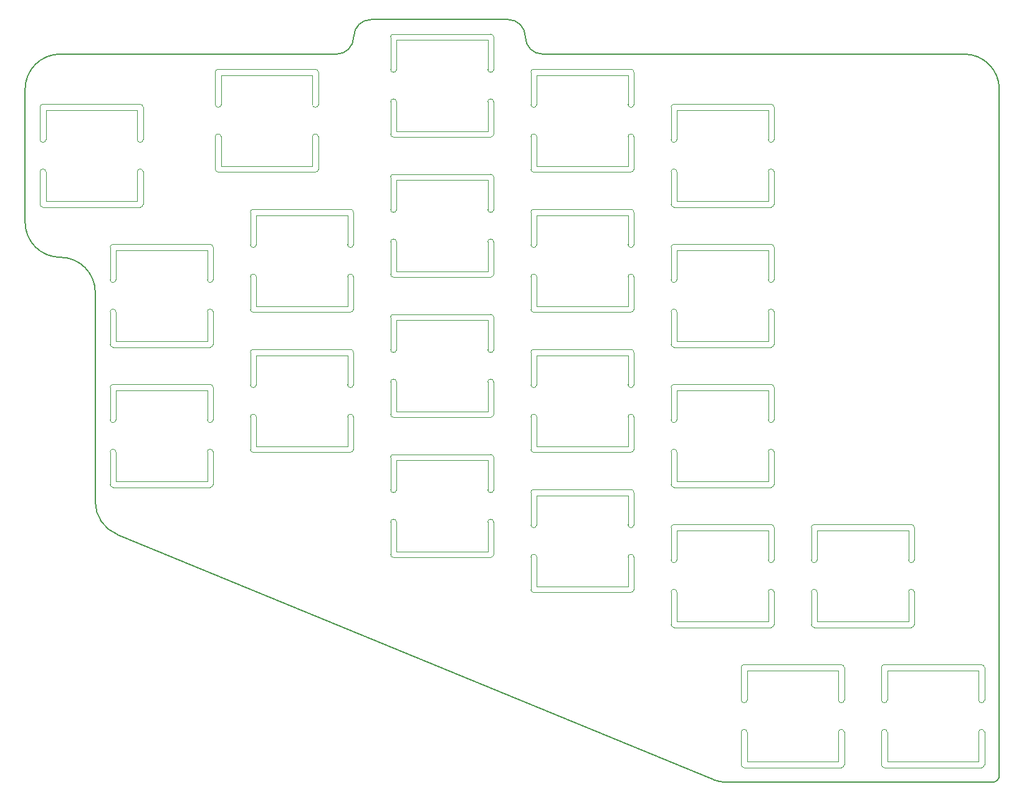
<source format=gm1>
G04 #@! TF.GenerationSoftware,KiCad,Pcbnew,(5.0.0-rc2-dev-301-g33f795be4)*
G04 #@! TF.CreationDate,2018-04-08T21:26:01+02:00*
G04 #@! TF.ProjectId,kissboard,6B697373626F6172642E6B696361645F,rev?*
G04 #@! TF.SameCoordinates,Original*
G04 #@! TF.FileFunction,Profile,NP*
%FSLAX46Y46*%
G04 Gerber Fmt 4.6, Leading zero omitted, Abs format (unit mm)*
G04 Created by KiCad (PCBNEW (5.0.0-rc2-dev-301-g33f795be4)) date 04/08/18 21:26:01*
%MOMM*%
%LPD*%
G01*
G04 APERTURE LIST*
%ADD10C,0.200000*%
%ADD11C,0.100000*%
G04 APERTURE END LIST*
D10*
X161416577Y-26669577D02*
G75*
G02X166179500Y-31432500I0J-4762923D01*
G01*
X161417035Y-26670000D02*
X104140000Y-26670000D01*
X99448259Y-21970440D02*
G75*
G02X101797759Y-24319940I0J-2349500D01*
G01*
X104147259Y-26669440D02*
G75*
G02X101797759Y-24319940I0J2349500D01*
G01*
X78486000Y-24320500D02*
G75*
G02X76136500Y-26670000I-2349500J0D01*
G01*
X78486000Y-24320500D02*
G75*
G02X80835500Y-21971000I2349500J0D01*
G01*
X80835500Y-21971000D02*
X99441000Y-21971000D01*
X127381458Y-125347815D02*
G75*
G03X129095500Y-125666923I1714042J4443815D01*
G01*
X46453591Y-92011514D02*
G75*
G02X43370500Y-87566500I1679832J4456876D01*
G01*
X46453596Y-92011500D02*
X127381000Y-125349000D01*
X38608000Y-26670000D02*
X76136553Y-26670000D01*
X33845500Y-31432500D02*
G75*
G02X38608423Y-26669577I4762923J0D01*
G01*
X38607577Y-54292500D02*
G75*
G02X43370500Y-59055423I0J-4762923D01*
G01*
X38608423Y-54292923D02*
G75*
G02X33845500Y-49530000I0J4762923D01*
G01*
X33845500Y-49530000D02*
X33845500Y-31432500D01*
X166179500Y-124777500D02*
G75*
G02X165290500Y-125666500I-889000J0D01*
G01*
X166179500Y-124777500D02*
X166179500Y-31432479D01*
X129095500Y-125666500D02*
X165290500Y-125666500D01*
X43370500Y-59055000D02*
X43370500Y-87566500D01*
D11*
X150566120Y-109681010D02*
X163774120Y-109681010D01*
X163362640Y-110483630D02*
X163362640Y-114514630D01*
X163766500Y-109680807D02*
G75*
G02X164162740Y-110064550I0J-396443D01*
G01*
X164165280Y-110074710D02*
X164165280Y-114519710D01*
X150962360Y-114507038D02*
X150962360Y-110481110D01*
X150964899Y-110481110D02*
X163355020Y-110481110D01*
X164160232Y-114484150D02*
G75*
G02X163362640Y-114489230I-398812J0D01*
G01*
X150162260Y-114527330D02*
X150162260Y-110082330D01*
X150555960Y-109681011D02*
G75*
G03X150163343Y-110056938I-1457J-391465D01*
G01*
X150962392Y-114481610D02*
G75*
G02X150164800Y-114486690I-398812J0D01*
G01*
X163362608Y-118880890D02*
G75*
G02X164160200Y-118875810I398812J0D01*
G01*
X150164768Y-118878350D02*
G75*
G02X150962360Y-118873270I398812J0D01*
G01*
X150558500Y-123681693D02*
G75*
G02X150162260Y-123297950I0J396443D01*
G01*
X163362640Y-118855462D02*
X163362640Y-122881390D01*
X163769040Y-123681489D02*
G75*
G03X164161657Y-123305562I1457J391465D01*
G01*
X163360101Y-122881390D02*
X150969980Y-122881390D01*
X150962360Y-122878870D02*
X150962360Y-118847870D01*
X150159720Y-123287790D02*
X150159720Y-118842790D01*
X164162740Y-118835170D02*
X164162740Y-123280170D01*
X163758880Y-123681490D02*
X150550880Y-123681490D01*
X45791120Y-71581010D02*
X58999120Y-71581010D01*
X58587640Y-72383630D02*
X58587640Y-76414630D01*
X58991500Y-71580807D02*
G75*
G02X59387740Y-71964550I0J-396443D01*
G01*
X59390280Y-71974710D02*
X59390280Y-76419710D01*
X46187360Y-76407038D02*
X46187360Y-72381110D01*
X46189899Y-72381110D02*
X58580020Y-72381110D01*
X59385232Y-76384150D02*
G75*
G02X58587640Y-76389230I-398812J0D01*
G01*
X45387260Y-76427330D02*
X45387260Y-71982330D01*
X45780960Y-71581011D02*
G75*
G03X45388343Y-71956938I-1457J-391465D01*
G01*
X46187392Y-76381610D02*
G75*
G02X45389800Y-76386690I-398812J0D01*
G01*
X58587608Y-80780890D02*
G75*
G02X59385200Y-80775810I398812J0D01*
G01*
X45389768Y-80778350D02*
G75*
G02X46187360Y-80773270I398812J0D01*
G01*
X45783500Y-85581693D02*
G75*
G02X45387260Y-85197950I0J396443D01*
G01*
X58587640Y-80755462D02*
X58587640Y-84781390D01*
X58994040Y-85581489D02*
G75*
G03X59386657Y-85205562I1457J391465D01*
G01*
X58585101Y-84781390D02*
X46194980Y-84781390D01*
X46187360Y-84778870D02*
X46187360Y-80747870D01*
X45384720Y-85187790D02*
X45384720Y-80742790D01*
X59387740Y-80735170D02*
X59387740Y-85180170D01*
X58983880Y-85581490D02*
X45775880Y-85581490D01*
X73271380Y-42718990D02*
X60063380Y-42718990D01*
X73675240Y-37872670D02*
X73675240Y-42317670D01*
X59672220Y-42325290D02*
X59672220Y-37880290D01*
X60474860Y-41916370D02*
X60474860Y-37885370D01*
X72872601Y-41918890D02*
X60482480Y-41918890D01*
X73281540Y-42718989D02*
G75*
G03X73674157Y-42343062I1457J391465D01*
G01*
X72875140Y-37892962D02*
X72875140Y-41918890D01*
X60071000Y-42719193D02*
G75*
G02X59674760Y-42335450I0J396443D01*
G01*
X59677268Y-37915850D02*
G75*
G02X60474860Y-37910770I398812J0D01*
G01*
X72875108Y-37918390D02*
G75*
G02X73672700Y-37913310I398812J0D01*
G01*
X60474892Y-33519110D02*
G75*
G02X59677300Y-33524190I-398812J0D01*
G01*
X60068460Y-28718511D02*
G75*
G03X59675843Y-29094438I-1457J-391465D01*
G01*
X59674760Y-33564830D02*
X59674760Y-29119830D01*
X73672732Y-33521650D02*
G75*
G02X72875140Y-33526730I-398812J0D01*
G01*
X60477399Y-29518610D02*
X72867520Y-29518610D01*
X60474860Y-33544538D02*
X60474860Y-29518610D01*
X73677780Y-29112210D02*
X73677780Y-33557210D01*
X73279000Y-28718307D02*
G75*
G02X73675240Y-29102050I0J-396443D01*
G01*
X72875140Y-29521130D02*
X72875140Y-33552130D01*
X60078620Y-28718510D02*
X73286620Y-28718510D01*
X83891120Y-23956010D02*
X97099120Y-23956010D01*
X96687640Y-24758630D02*
X96687640Y-28789630D01*
X97091500Y-23955807D02*
G75*
G02X97487740Y-24339550I0J-396443D01*
G01*
X97490280Y-24349710D02*
X97490280Y-28794710D01*
X84287360Y-28782038D02*
X84287360Y-24756110D01*
X84289899Y-24756110D02*
X96680020Y-24756110D01*
X97485232Y-28759150D02*
G75*
G02X96687640Y-28764230I-398812J0D01*
G01*
X83487260Y-28802330D02*
X83487260Y-24357330D01*
X83880960Y-23956011D02*
G75*
G03X83488343Y-24331938I-1457J-391465D01*
G01*
X84287392Y-28756610D02*
G75*
G02X83489800Y-28761690I-398812J0D01*
G01*
X96687608Y-33155890D02*
G75*
G02X97485200Y-33150810I398812J0D01*
G01*
X83489768Y-33153350D02*
G75*
G02X84287360Y-33148270I398812J0D01*
G01*
X83883500Y-37956693D02*
G75*
G02X83487260Y-37572950I0J396443D01*
G01*
X96687640Y-33130462D02*
X96687640Y-37156390D01*
X97094040Y-37956489D02*
G75*
G03X97486657Y-37580562I1457J391465D01*
G01*
X96685101Y-37156390D02*
X84294980Y-37156390D01*
X84287360Y-37153870D02*
X84287360Y-33122870D01*
X83484720Y-37562790D02*
X83484720Y-33117790D01*
X97487740Y-33110170D02*
X97487740Y-37555170D01*
X97083880Y-37956490D02*
X83875880Y-37956490D01*
X116133880Y-42718990D02*
X102925880Y-42718990D01*
X116537740Y-37872670D02*
X116537740Y-42317670D01*
X102534720Y-42325290D02*
X102534720Y-37880290D01*
X103337360Y-41916370D02*
X103337360Y-37885370D01*
X115735101Y-41918890D02*
X103344980Y-41918890D01*
X116144040Y-42718989D02*
G75*
G03X116536657Y-42343062I1457J391465D01*
G01*
X115737640Y-37892962D02*
X115737640Y-41918890D01*
X102933500Y-42719193D02*
G75*
G02X102537260Y-42335450I0J396443D01*
G01*
X102539768Y-37915850D02*
G75*
G02X103337360Y-37910770I398812J0D01*
G01*
X115737608Y-37918390D02*
G75*
G02X116535200Y-37913310I398812J0D01*
G01*
X103337392Y-33519110D02*
G75*
G02X102539800Y-33524190I-398812J0D01*
G01*
X102930960Y-28718511D02*
G75*
G03X102538343Y-29094438I-1457J-391465D01*
G01*
X102537260Y-33564830D02*
X102537260Y-29119830D01*
X116535232Y-33521650D02*
G75*
G02X115737640Y-33526730I-398812J0D01*
G01*
X103339899Y-29518610D02*
X115730020Y-29518610D01*
X103337360Y-33544538D02*
X103337360Y-29518610D01*
X116540280Y-29112210D02*
X116540280Y-33557210D01*
X116141500Y-28718307D02*
G75*
G02X116537740Y-29102050I0J-396443D01*
G01*
X115737640Y-29521130D02*
X115737640Y-33552130D01*
X102941120Y-28718510D02*
X116149120Y-28718510D01*
X121991120Y-33481010D02*
X135199120Y-33481010D01*
X134787640Y-34283630D02*
X134787640Y-38314630D01*
X135191500Y-33480807D02*
G75*
G02X135587740Y-33864550I0J-396443D01*
G01*
X135590280Y-33874710D02*
X135590280Y-38319710D01*
X122387360Y-38307038D02*
X122387360Y-34281110D01*
X122389899Y-34281110D02*
X134780020Y-34281110D01*
X135585232Y-38284150D02*
G75*
G02X134787640Y-38289230I-398812J0D01*
G01*
X121587260Y-38327330D02*
X121587260Y-33882330D01*
X121980960Y-33481011D02*
G75*
G03X121588343Y-33856938I-1457J-391465D01*
G01*
X122387392Y-38281610D02*
G75*
G02X121589800Y-38286690I-398812J0D01*
G01*
X134787608Y-42680890D02*
G75*
G02X135585200Y-42675810I398812J0D01*
G01*
X121589768Y-42678350D02*
G75*
G02X122387360Y-42673270I398812J0D01*
G01*
X121983500Y-47481693D02*
G75*
G02X121587260Y-47097950I0J396443D01*
G01*
X134787640Y-42655462D02*
X134787640Y-46681390D01*
X135194040Y-47481489D02*
G75*
G03X135586657Y-47105562I1457J391465D01*
G01*
X134785101Y-46681390D02*
X122394980Y-46681390D01*
X122387360Y-46678870D02*
X122387360Y-42647870D01*
X121584720Y-47087790D02*
X121584720Y-42642790D01*
X135587740Y-42635170D02*
X135587740Y-47080170D01*
X135183880Y-47481490D02*
X121975880Y-47481490D01*
X58983880Y-66531490D02*
X45775880Y-66531490D01*
X59387740Y-61685170D02*
X59387740Y-66130170D01*
X45384720Y-66137790D02*
X45384720Y-61692790D01*
X46187360Y-65728870D02*
X46187360Y-61697870D01*
X58585101Y-65731390D02*
X46194980Y-65731390D01*
X58994040Y-66531489D02*
G75*
G03X59386657Y-66155562I1457J391465D01*
G01*
X58587640Y-61705462D02*
X58587640Y-65731390D01*
X45783500Y-66531693D02*
G75*
G02X45387260Y-66147950I0J396443D01*
G01*
X45389768Y-61728350D02*
G75*
G02X46187360Y-61723270I398812J0D01*
G01*
X58587608Y-61730890D02*
G75*
G02X59385200Y-61725810I398812J0D01*
G01*
X46187392Y-57331610D02*
G75*
G02X45389800Y-57336690I-398812J0D01*
G01*
X45780960Y-52531011D02*
G75*
G03X45388343Y-52906938I-1457J-391465D01*
G01*
X45387260Y-57377330D02*
X45387260Y-52932330D01*
X59385232Y-57334150D02*
G75*
G02X58587640Y-57339230I-398812J0D01*
G01*
X46189899Y-53331110D02*
X58580020Y-53331110D01*
X46187360Y-57357038D02*
X46187360Y-53331110D01*
X59390280Y-52924710D02*
X59390280Y-57369710D01*
X58991500Y-52530807D02*
G75*
G02X59387740Y-52914550I0J-396443D01*
G01*
X58587640Y-53333630D02*
X58587640Y-57364630D01*
X45791120Y-52531010D02*
X58999120Y-52531010D01*
X64841120Y-47768510D02*
X78049120Y-47768510D01*
X77637640Y-48571130D02*
X77637640Y-52602130D01*
X78041500Y-47768307D02*
G75*
G02X78437740Y-48152050I0J-396443D01*
G01*
X78440280Y-48162210D02*
X78440280Y-52607210D01*
X65237360Y-52594538D02*
X65237360Y-48568610D01*
X65239899Y-48568610D02*
X77630020Y-48568610D01*
X78435232Y-52571650D02*
G75*
G02X77637640Y-52576730I-398812J0D01*
G01*
X64437260Y-52614830D02*
X64437260Y-48169830D01*
X64830960Y-47768511D02*
G75*
G03X64438343Y-48144438I-1457J-391465D01*
G01*
X65237392Y-52569110D02*
G75*
G02X64439800Y-52574190I-398812J0D01*
G01*
X77637608Y-56968390D02*
G75*
G02X78435200Y-56963310I398812J0D01*
G01*
X64439768Y-56965850D02*
G75*
G02X65237360Y-56960770I398812J0D01*
G01*
X64833500Y-61769193D02*
G75*
G02X64437260Y-61385450I0J396443D01*
G01*
X77637640Y-56942962D02*
X77637640Y-60968890D01*
X78044040Y-61768989D02*
G75*
G03X78436657Y-61393062I1457J391465D01*
G01*
X77635101Y-60968890D02*
X65244980Y-60968890D01*
X65237360Y-60966370D02*
X65237360Y-56935370D01*
X64434720Y-61375290D02*
X64434720Y-56930290D01*
X78437740Y-56922670D02*
X78437740Y-61367670D01*
X78033880Y-61768990D02*
X64825880Y-61768990D01*
X97083880Y-57006490D02*
X83875880Y-57006490D01*
X97487740Y-52160170D02*
X97487740Y-56605170D01*
X83484720Y-56612790D02*
X83484720Y-52167790D01*
X84287360Y-56203870D02*
X84287360Y-52172870D01*
X96685101Y-56206390D02*
X84294980Y-56206390D01*
X97094040Y-57006489D02*
G75*
G03X97486657Y-56630562I1457J391465D01*
G01*
X96687640Y-52180462D02*
X96687640Y-56206390D01*
X83883500Y-57006693D02*
G75*
G02X83487260Y-56622950I0J396443D01*
G01*
X83489768Y-52203350D02*
G75*
G02X84287360Y-52198270I398812J0D01*
G01*
X96687608Y-52205890D02*
G75*
G02X97485200Y-52200810I398812J0D01*
G01*
X84287392Y-47806610D02*
G75*
G02X83489800Y-47811690I-398812J0D01*
G01*
X83880960Y-43006011D02*
G75*
G03X83488343Y-43381938I-1457J-391465D01*
G01*
X83487260Y-47852330D02*
X83487260Y-43407330D01*
X97485232Y-47809150D02*
G75*
G02X96687640Y-47814230I-398812J0D01*
G01*
X84289899Y-43806110D02*
X96680020Y-43806110D01*
X84287360Y-47832038D02*
X84287360Y-43806110D01*
X97490280Y-43399710D02*
X97490280Y-47844710D01*
X97091500Y-43005807D02*
G75*
G02X97487740Y-43389550I0J-396443D01*
G01*
X96687640Y-43808630D02*
X96687640Y-47839630D01*
X83891120Y-43006010D02*
X97099120Y-43006010D01*
X102941120Y-47768510D02*
X116149120Y-47768510D01*
X115737640Y-48571130D02*
X115737640Y-52602130D01*
X116141500Y-47768307D02*
G75*
G02X116537740Y-48152050I0J-396443D01*
G01*
X116540280Y-48162210D02*
X116540280Y-52607210D01*
X103337360Y-52594538D02*
X103337360Y-48568610D01*
X103339899Y-48568610D02*
X115730020Y-48568610D01*
X116535232Y-52571650D02*
G75*
G02X115737640Y-52576730I-398812J0D01*
G01*
X102537260Y-52614830D02*
X102537260Y-48169830D01*
X102930960Y-47768511D02*
G75*
G03X102538343Y-48144438I-1457J-391465D01*
G01*
X103337392Y-52569110D02*
G75*
G02X102539800Y-52574190I-398812J0D01*
G01*
X115737608Y-56968390D02*
G75*
G02X116535200Y-56963310I398812J0D01*
G01*
X102539768Y-56965850D02*
G75*
G02X103337360Y-56960770I398812J0D01*
G01*
X102933500Y-61769193D02*
G75*
G02X102537260Y-61385450I0J396443D01*
G01*
X115737640Y-56942962D02*
X115737640Y-60968890D01*
X116144040Y-61768989D02*
G75*
G03X116536657Y-61393062I1457J391465D01*
G01*
X115735101Y-60968890D02*
X103344980Y-60968890D01*
X103337360Y-60966370D02*
X103337360Y-56935370D01*
X102534720Y-61375290D02*
X102534720Y-56930290D01*
X116537740Y-56922670D02*
X116537740Y-61367670D01*
X116133880Y-61768990D02*
X102925880Y-61768990D01*
X135183880Y-66531490D02*
X121975880Y-66531490D01*
X135587740Y-61685170D02*
X135587740Y-66130170D01*
X121584720Y-66137790D02*
X121584720Y-61692790D01*
X122387360Y-65728870D02*
X122387360Y-61697870D01*
X134785101Y-65731390D02*
X122394980Y-65731390D01*
X135194040Y-66531489D02*
G75*
G03X135586657Y-66155562I1457J391465D01*
G01*
X134787640Y-61705462D02*
X134787640Y-65731390D01*
X121983500Y-66531693D02*
G75*
G02X121587260Y-66147950I0J396443D01*
G01*
X121589768Y-61728350D02*
G75*
G02X122387360Y-61723270I398812J0D01*
G01*
X134787608Y-61730890D02*
G75*
G02X135585200Y-61725810I398812J0D01*
G01*
X122387392Y-57331610D02*
G75*
G02X121589800Y-57336690I-398812J0D01*
G01*
X121980960Y-52531011D02*
G75*
G03X121588343Y-52906938I-1457J-391465D01*
G01*
X121587260Y-57377330D02*
X121587260Y-52932330D01*
X135585232Y-57334150D02*
G75*
G02X134787640Y-57339230I-398812J0D01*
G01*
X122389899Y-53331110D02*
X134780020Y-53331110D01*
X122387360Y-57357038D02*
X122387360Y-53331110D01*
X135590280Y-52924710D02*
X135590280Y-57369710D01*
X135191500Y-52530807D02*
G75*
G02X135587740Y-52914550I0J-396443D01*
G01*
X134787640Y-53333630D02*
X134787640Y-57364630D01*
X121991120Y-52531010D02*
X135199120Y-52531010D01*
X102941120Y-66818510D02*
X116149120Y-66818510D01*
X115737640Y-67621130D02*
X115737640Y-71652130D01*
X116141500Y-66818307D02*
G75*
G02X116537740Y-67202050I0J-396443D01*
G01*
X116540280Y-67212210D02*
X116540280Y-71657210D01*
X103337360Y-71644538D02*
X103337360Y-67618610D01*
X103339899Y-67618610D02*
X115730020Y-67618610D01*
X116535232Y-71621650D02*
G75*
G02X115737640Y-71626730I-398812J0D01*
G01*
X102537260Y-71664830D02*
X102537260Y-67219830D01*
X102930960Y-66818511D02*
G75*
G03X102538343Y-67194438I-1457J-391465D01*
G01*
X103337392Y-71619110D02*
G75*
G02X102539800Y-71624190I-398812J0D01*
G01*
X115737608Y-76018390D02*
G75*
G02X116535200Y-76013310I398812J0D01*
G01*
X102539768Y-76015850D02*
G75*
G02X103337360Y-76010770I398812J0D01*
G01*
X102933500Y-80819193D02*
G75*
G02X102537260Y-80435450I0J396443D01*
G01*
X115737640Y-75992962D02*
X115737640Y-80018890D01*
X116144040Y-80818989D02*
G75*
G03X116536657Y-80443062I1457J391465D01*
G01*
X115735101Y-80018890D02*
X103344980Y-80018890D01*
X103337360Y-80016370D02*
X103337360Y-75985370D01*
X102534720Y-80425290D02*
X102534720Y-75980290D01*
X116537740Y-75972670D02*
X116537740Y-80417670D01*
X116133880Y-80818990D02*
X102925880Y-80818990D01*
X135183880Y-85581490D02*
X121975880Y-85581490D01*
X135587740Y-80735170D02*
X135587740Y-85180170D01*
X121584720Y-85187790D02*
X121584720Y-80742790D01*
X122387360Y-84778870D02*
X122387360Y-80747870D01*
X134785101Y-84781390D02*
X122394980Y-84781390D01*
X135194040Y-85581489D02*
G75*
G03X135586657Y-85205562I1457J391465D01*
G01*
X134787640Y-80755462D02*
X134787640Y-84781390D01*
X121983500Y-85581693D02*
G75*
G02X121587260Y-85197950I0J396443D01*
G01*
X121589768Y-80778350D02*
G75*
G02X122387360Y-80773270I398812J0D01*
G01*
X134787608Y-80780890D02*
G75*
G02X135585200Y-80775810I398812J0D01*
G01*
X122387392Y-76381610D02*
G75*
G02X121589800Y-76386690I-398812J0D01*
G01*
X121980960Y-71581011D02*
G75*
G03X121588343Y-71956938I-1457J-391465D01*
G01*
X121587260Y-76427330D02*
X121587260Y-71982330D01*
X135585232Y-76384150D02*
G75*
G02X134787640Y-76389230I-398812J0D01*
G01*
X122389899Y-72381110D02*
X134780020Y-72381110D01*
X122387360Y-76407038D02*
X122387360Y-72381110D01*
X135590280Y-71974710D02*
X135590280Y-76419710D01*
X135191500Y-71580807D02*
G75*
G02X135587740Y-71964550I0J-396443D01*
G01*
X134787640Y-72383630D02*
X134787640Y-76414630D01*
X121991120Y-71581010D02*
X135199120Y-71581010D01*
X83891120Y-81106010D02*
X97099120Y-81106010D01*
X96687640Y-81908630D02*
X96687640Y-85939630D01*
X97091500Y-81105807D02*
G75*
G02X97487740Y-81489550I0J-396443D01*
G01*
X97490280Y-81499710D02*
X97490280Y-85944710D01*
X84287360Y-85932038D02*
X84287360Y-81906110D01*
X84289899Y-81906110D02*
X96680020Y-81906110D01*
X97485232Y-85909150D02*
G75*
G02X96687640Y-85914230I-398812J0D01*
G01*
X83487260Y-85952330D02*
X83487260Y-81507330D01*
X83880960Y-81106011D02*
G75*
G03X83488343Y-81481938I-1457J-391465D01*
G01*
X84287392Y-85906610D02*
G75*
G02X83489800Y-85911690I-398812J0D01*
G01*
X96687608Y-90305890D02*
G75*
G02X97485200Y-90300810I398812J0D01*
G01*
X83489768Y-90303350D02*
G75*
G02X84287360Y-90298270I398812J0D01*
G01*
X83883500Y-95106693D02*
G75*
G02X83487260Y-94722950I0J396443D01*
G01*
X96687640Y-90280462D02*
X96687640Y-94306390D01*
X97094040Y-95106489D02*
G75*
G03X97486657Y-94730562I1457J391465D01*
G01*
X96685101Y-94306390D02*
X84294980Y-94306390D01*
X84287360Y-94303870D02*
X84287360Y-90272870D01*
X83484720Y-94712790D02*
X83484720Y-90267790D01*
X97487740Y-90260170D02*
X97487740Y-94705170D01*
X97083880Y-95106490D02*
X83875880Y-95106490D01*
X116133880Y-99868990D02*
X102925880Y-99868990D01*
X116537740Y-95022670D02*
X116537740Y-99467670D01*
X102534720Y-99475290D02*
X102534720Y-95030290D01*
X103337360Y-99066370D02*
X103337360Y-95035370D01*
X115735101Y-99068890D02*
X103344980Y-99068890D01*
X116144040Y-99868989D02*
G75*
G03X116536657Y-99493062I1457J391465D01*
G01*
X115737640Y-95042962D02*
X115737640Y-99068890D01*
X102933500Y-99869193D02*
G75*
G02X102537260Y-99485450I0J396443D01*
G01*
X102539768Y-95065850D02*
G75*
G02X103337360Y-95060770I398812J0D01*
G01*
X115737608Y-95068390D02*
G75*
G02X116535200Y-95063310I398812J0D01*
G01*
X103337392Y-90669110D02*
G75*
G02X102539800Y-90674190I-398812J0D01*
G01*
X102930960Y-85868511D02*
G75*
G03X102538343Y-86244438I-1457J-391465D01*
G01*
X102537260Y-90714830D02*
X102537260Y-86269830D01*
X116535232Y-90671650D02*
G75*
G02X115737640Y-90676730I-398812J0D01*
G01*
X103339899Y-86668610D02*
X115730020Y-86668610D01*
X103337360Y-90694538D02*
X103337360Y-86668610D01*
X116540280Y-86262210D02*
X116540280Y-90707210D01*
X116141500Y-85868307D02*
G75*
G02X116537740Y-86252050I0J-396443D01*
G01*
X115737640Y-86671130D02*
X115737640Y-90702130D01*
X102941120Y-85868510D02*
X116149120Y-85868510D01*
X121991120Y-90631010D02*
X135199120Y-90631010D01*
X134787640Y-91433630D02*
X134787640Y-95464630D01*
X135191500Y-90630807D02*
G75*
G02X135587740Y-91014550I0J-396443D01*
G01*
X135590280Y-91024710D02*
X135590280Y-95469710D01*
X122387360Y-95457038D02*
X122387360Y-91431110D01*
X122389899Y-91431110D02*
X134780020Y-91431110D01*
X135585232Y-95434150D02*
G75*
G02X134787640Y-95439230I-398812J0D01*
G01*
X121587260Y-95477330D02*
X121587260Y-91032330D01*
X121980960Y-90631011D02*
G75*
G03X121588343Y-91006938I-1457J-391465D01*
G01*
X122387392Y-95431610D02*
G75*
G02X121589800Y-95436690I-398812J0D01*
G01*
X134787608Y-99830890D02*
G75*
G02X135585200Y-99825810I398812J0D01*
G01*
X121589768Y-99828350D02*
G75*
G02X122387360Y-99823270I398812J0D01*
G01*
X121983500Y-104631693D02*
G75*
G02X121587260Y-104247950I0J396443D01*
G01*
X134787640Y-99805462D02*
X134787640Y-103831390D01*
X135194040Y-104631489D02*
G75*
G03X135586657Y-104255562I1457J391465D01*
G01*
X134785101Y-103831390D02*
X122394980Y-103831390D01*
X122387360Y-103828870D02*
X122387360Y-99797870D01*
X121584720Y-104237790D02*
X121584720Y-99792790D01*
X135587740Y-99785170D02*
X135587740Y-104230170D01*
X135183880Y-104631490D02*
X121975880Y-104631490D01*
X154233880Y-104631490D02*
X141025880Y-104631490D01*
X154637740Y-99785170D02*
X154637740Y-104230170D01*
X140634720Y-104237790D02*
X140634720Y-99792790D01*
X141437360Y-103828870D02*
X141437360Y-99797870D01*
X153835101Y-103831390D02*
X141444980Y-103831390D01*
X154244040Y-104631489D02*
G75*
G03X154636657Y-104255562I1457J391465D01*
G01*
X153837640Y-99805462D02*
X153837640Y-103831390D01*
X141033500Y-104631693D02*
G75*
G02X140637260Y-104247950I0J396443D01*
G01*
X140639768Y-99828350D02*
G75*
G02X141437360Y-99823270I398812J0D01*
G01*
X153837608Y-99830890D02*
G75*
G02X154635200Y-99825810I398812J0D01*
G01*
X141437392Y-95431610D02*
G75*
G02X140639800Y-95436690I-398812J0D01*
G01*
X141030960Y-90631011D02*
G75*
G03X140638343Y-91006938I-1457J-391465D01*
G01*
X140637260Y-95477330D02*
X140637260Y-91032330D01*
X154635232Y-95434150D02*
G75*
G02X153837640Y-95439230I-398812J0D01*
G01*
X141439899Y-91431110D02*
X153830020Y-91431110D01*
X141437360Y-95457038D02*
X141437360Y-91431110D01*
X154640280Y-91024710D02*
X154640280Y-95469710D01*
X154241500Y-90630807D02*
G75*
G02X154637740Y-91014550I0J-396443D01*
G01*
X153837640Y-91433630D02*
X153837640Y-95464630D01*
X141041120Y-90631010D02*
X154249120Y-90631010D01*
X131516120Y-109681010D02*
X144724120Y-109681010D01*
X144312640Y-110483630D02*
X144312640Y-114514630D01*
X144716500Y-109680807D02*
G75*
G02X145112740Y-110064550I0J-396443D01*
G01*
X145115280Y-110074710D02*
X145115280Y-114519710D01*
X131912360Y-114507038D02*
X131912360Y-110481110D01*
X131914899Y-110481110D02*
X144305020Y-110481110D01*
X145110232Y-114484150D02*
G75*
G02X144312640Y-114489230I-398812J0D01*
G01*
X131112260Y-114527330D02*
X131112260Y-110082330D01*
X131505960Y-109681011D02*
G75*
G03X131113343Y-110056938I-1457J-391465D01*
G01*
X131912392Y-114481610D02*
G75*
G02X131114800Y-114486690I-398812J0D01*
G01*
X144312608Y-118880890D02*
G75*
G02X145110200Y-118875810I398812J0D01*
G01*
X131114768Y-118878350D02*
G75*
G02X131912360Y-118873270I398812J0D01*
G01*
X131508500Y-123681693D02*
G75*
G02X131112260Y-123297950I0J396443D01*
G01*
X144312640Y-118855462D02*
X144312640Y-122881390D01*
X144719040Y-123681489D02*
G75*
G03X145111657Y-123305562I1457J391465D01*
G01*
X144310101Y-122881390D02*
X131919980Y-122881390D01*
X131912360Y-122878870D02*
X131912360Y-118847870D01*
X131109720Y-123287790D02*
X131109720Y-118842790D01*
X145112740Y-118835170D02*
X145112740Y-123280170D01*
X144708880Y-123681490D02*
X131500880Y-123681490D01*
X97083880Y-76056490D02*
X83875880Y-76056490D01*
X97487740Y-71210170D02*
X97487740Y-75655170D01*
X83484720Y-75662790D02*
X83484720Y-71217790D01*
X84287360Y-75253870D02*
X84287360Y-71222870D01*
X96685101Y-75256390D02*
X84294980Y-75256390D01*
X97094040Y-76056489D02*
G75*
G03X97486657Y-75680562I1457J391465D01*
G01*
X96687640Y-71230462D02*
X96687640Y-75256390D01*
X83883500Y-76056693D02*
G75*
G02X83487260Y-75672950I0J396443D01*
G01*
X83489768Y-71253350D02*
G75*
G02X84287360Y-71248270I398812J0D01*
G01*
X96687608Y-71255890D02*
G75*
G02X97485200Y-71250810I398812J0D01*
G01*
X84287392Y-66856610D02*
G75*
G02X83489800Y-66861690I-398812J0D01*
G01*
X83880960Y-62056011D02*
G75*
G03X83488343Y-62431938I-1457J-391465D01*
G01*
X83487260Y-66902330D02*
X83487260Y-62457330D01*
X97485232Y-66859150D02*
G75*
G02X96687640Y-66864230I-398812J0D01*
G01*
X84289899Y-62856110D02*
X96680020Y-62856110D01*
X84287360Y-66882038D02*
X84287360Y-62856110D01*
X97490280Y-62449710D02*
X97490280Y-66894710D01*
X97091500Y-62055807D02*
G75*
G02X97487740Y-62439550I0J-396443D01*
G01*
X96687640Y-62858630D02*
X96687640Y-66889630D01*
X83891120Y-62056010D02*
X97099120Y-62056010D01*
X64841120Y-66818510D02*
X78049120Y-66818510D01*
X77637640Y-67621130D02*
X77637640Y-71652130D01*
X78041500Y-66818307D02*
G75*
G02X78437740Y-67202050I0J-396443D01*
G01*
X78440280Y-67212210D02*
X78440280Y-71657210D01*
X65237360Y-71644538D02*
X65237360Y-67618610D01*
X65239899Y-67618610D02*
X77630020Y-67618610D01*
X78435232Y-71621650D02*
G75*
G02X77637640Y-71626730I-398812J0D01*
G01*
X64437260Y-71664830D02*
X64437260Y-67219830D01*
X64830960Y-66818511D02*
G75*
G03X64438343Y-67194438I-1457J-391465D01*
G01*
X65237392Y-71619110D02*
G75*
G02X64439800Y-71624190I-398812J0D01*
G01*
X77637608Y-76018390D02*
G75*
G02X78435200Y-76013310I398812J0D01*
G01*
X64439768Y-76015850D02*
G75*
G02X65237360Y-76010770I398812J0D01*
G01*
X64833500Y-80819193D02*
G75*
G02X64437260Y-80435450I0J396443D01*
G01*
X77637640Y-75992962D02*
X77637640Y-80018890D01*
X78044040Y-80818989D02*
G75*
G03X78436657Y-80443062I1457J391465D01*
G01*
X77635101Y-80018890D02*
X65244980Y-80018890D01*
X65237360Y-80016370D02*
X65237360Y-75985370D01*
X64434720Y-80425290D02*
X64434720Y-75980290D01*
X78437740Y-75972670D02*
X78437740Y-80417670D01*
X78033880Y-80818990D02*
X64825880Y-80818990D01*
X49458880Y-47481490D02*
X36250880Y-47481490D01*
X49862740Y-42635170D02*
X49862740Y-47080170D01*
X35859720Y-47087790D02*
X35859720Y-42642790D01*
X36662360Y-46678870D02*
X36662360Y-42647870D01*
X49060101Y-46681390D02*
X36669980Y-46681390D01*
X49469040Y-47481489D02*
G75*
G03X49861657Y-47105562I1457J391465D01*
G01*
X49062640Y-42655462D02*
X49062640Y-46681390D01*
X36258500Y-47481693D02*
G75*
G02X35862260Y-47097950I0J396443D01*
G01*
X35864768Y-42678350D02*
G75*
G02X36662360Y-42673270I398812J0D01*
G01*
X49062608Y-42680890D02*
G75*
G02X49860200Y-42675810I398812J0D01*
G01*
X36662392Y-38281610D02*
G75*
G02X35864800Y-38286690I-398812J0D01*
G01*
X36255960Y-33481011D02*
G75*
G03X35863343Y-33856938I-1457J-391465D01*
G01*
X35862260Y-38327330D02*
X35862260Y-33882330D01*
X49860232Y-38284150D02*
G75*
G02X49062640Y-38289230I-398812J0D01*
G01*
X36664899Y-34281110D02*
X49055020Y-34281110D01*
X36662360Y-38307038D02*
X36662360Y-34281110D01*
X49865280Y-33874710D02*
X49865280Y-38319710D01*
X49466500Y-33480807D02*
G75*
G02X49862740Y-33864550I0J-396443D01*
G01*
X49062640Y-34283630D02*
X49062640Y-38314630D01*
X36266120Y-33481010D02*
X49474120Y-33481010D01*
M02*

</source>
